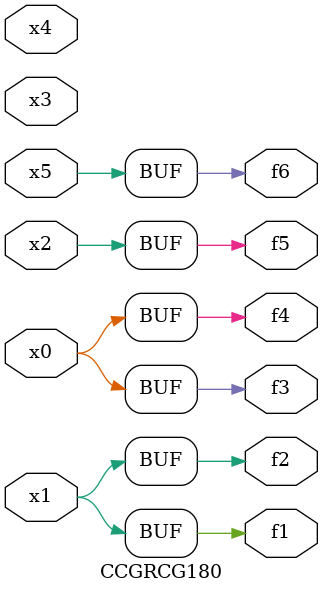
<source format=v>
module CCGRCG180(
	input x0, x1, x2, x3, x4, x5,
	output f1, f2, f3, f4, f5, f6
);
	assign f1 = x1;
	assign f2 = x1;
	assign f3 = x0;
	assign f4 = x0;
	assign f5 = x2;
	assign f6 = x5;
endmodule

</source>
